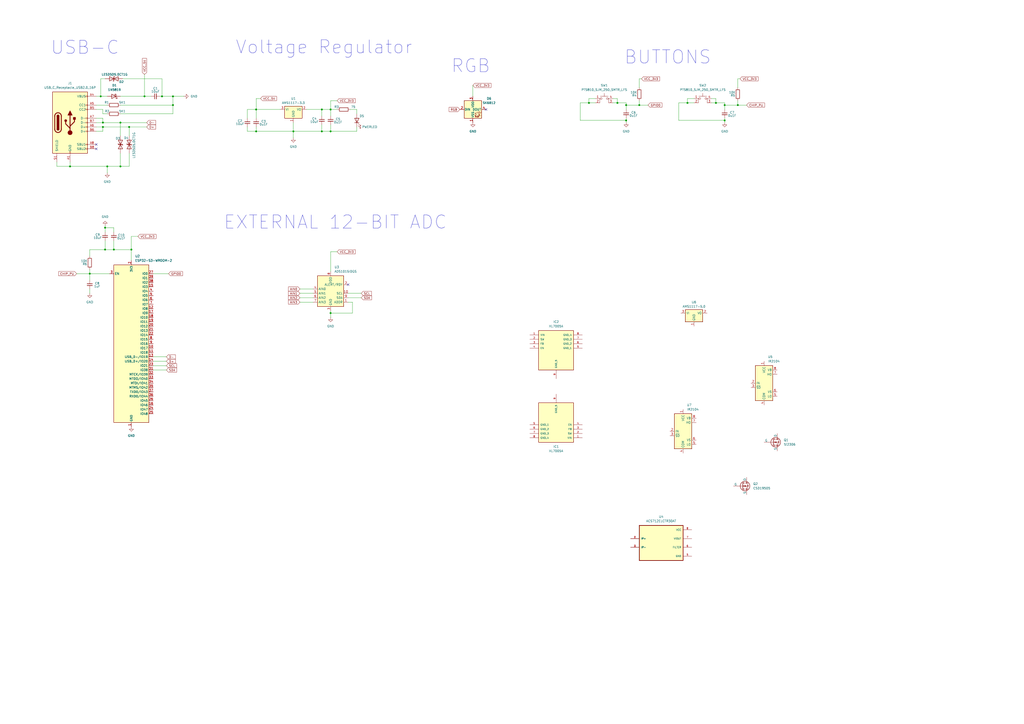
<source format=kicad_sch>
(kicad_sch (version 20231120) (generator "eeschema") (generator_version "8.0")
  (paper "A2")
  (title_block (title "ESP32-S3_BASE") (date "2024-02-28") (rev "1.0") (company "Scott Hendricks"))
  (lib_symbols
    (symbol "ACS712ELCTR30AT:ACS712ELCTR30AT" (pin_names (offset 1.016))
      (property "Reference" "U" (at -12.8864 10.1087 0))
      (property "Value" "ACS712ELCTR30AT" (at -13.6476 -12.7569 0))
      (symbol "ACS712ELCTR30AT_0_0"
        (rectangle (start -12.7 -10.16) (end 12.7 10.16) (stroke (width 0.4064)) (fill (type background)))
        (pin input line (at -17.78 2.54 0) (length 5.08) (name "IP+") (number "1"))
        (pin input line (at -17.78 2.54 0) (length 5.08) (name "IP+") (number "2"))
        (pin input line (at -17.78 -2.54 0) (length 5.08) (name "IP-") (number "3"))
        (pin input line (at -17.78 -2.54 0) (length 5.08) (name "IP-") (number "4"))
        (pin power_in line (at 17.78 -7.62 180) (length 5.08) (name "GND") (number "5"))
        (pin passive line (at 17.78 -2.54 180) (length 5.08) (name "FILTER") (number "6"))
        (pin output line (at 17.78 2.54 180) (length 5.08) (name "VIOUT") (number "7"))
        (pin power_in line (at 17.78 7.62 180) (length 5.08) (name "VCC") (number "8"))
      )
    )
    (symbol "Analog_ADC:ADS1015IDGS"
      (property "Reference" "U" (at 2.54 13.97 0))
      (property "Value" "ADS1015IDGS" (at 7.62 11.43 0))
      (symbol "ADS1015IDGS_0_1"
        (rectangle (start -7.62 10.16) (end 7.62 -7.62) (stroke (width 0.254)) (fill (type background)))
      )
      (symbol "ADS1015IDGS_1_1"
        (pin input line (at 10.16 -5.08 180) (length 2.54) (name "ADDR") (number "1"))
        (pin input line (at 10.16 0 180) (length 2.54) (name "SCL") (number "10"))
        (pin output line (at 10.16 5.08 180) (length 2.54) (name "ALERT/RDY") (number "2"))
        (pin power_in line (at 0 -10.16 90) (length 2.54) (name "GND") (number "3"))
        (pin input line (at -10.16 2.54 0) (length 2.54) (name "AIN0") (number "4"))
        (pin input line (at -10.16 0 0) (length 2.54) (name "AIN1") (number "5"))
        (pin input line (at -10.16 -2.54 0) (length 2.54) (name "AIN2") (number "6"))
        (pin input line (at -10.16 -5.08 0) (length 2.54) (name "AIN3") (number "7"))
        (pin power_in line (at 0 12.7 270) (length 2.54) (name "VDD") (number "8"))
        (pin bidirectional line (at 10.16 -2.54 180) (length 2.54) (name "SDA") (number "9"))
      )
    )
    (symbol "Connector:USB_C_Receptacle_USB2.0_16P" (pin_names (offset 1.016))
      (property "Reference" "J" (at 0 22.225 0))
      (property "Value" "USB_C_Receptacle_USB2.0_16P" (at 0 19.685 0))
      (symbol "USB_C_Receptacle_USB2.0_16P_0_0"
        (rectangle (start -0.254 -17.78) (end 0.254 -16.764))
        (rectangle (start 10.16 -14.986) (end 9.144 -15.494))
        (rectangle (start 10.16 -12.446) (end 9.144 -12.954))
        (rectangle (start 10.16 -4.826) (end 9.144 -5.334))
        (rectangle (start 10.16 -2.286) (end 9.144 -2.794))
        (rectangle (start 10.16 0.254) (end 9.144 -0.254))
        (rectangle (start 10.16 2.794) (end 9.144 2.286))
        (rectangle (start 10.16 7.874) (end 9.144 7.366))
        (rectangle (start 10.16 10.414) (end 9.144 9.906))
        (rectangle (start 10.16 15.494) (end 9.144 14.986))
      )
      (symbol "USB_C_Receptacle_USB2.0_16P_0_1"
        (rectangle (start -10.16 17.78) (end 10.16 -17.78) (stroke (width 0.254)) (fill (type background)))
        (arc (start -8.89 -3.81) (mid -6.985 -5.7067) (end -5.08 -3.81) (stroke (width 0.508)))
        (arc (start -7.62 -3.81) (mid -6.985 -4.4423) (end -6.35 -3.81) (stroke (width 0.254)))
        (arc (start -7.62 -3.81) (mid -6.985 -4.4423) (end -6.35 -3.81) (stroke (width 0.254)) (fill (type outline)))
        (rectangle (start -7.62 -3.81) (end -6.35 3.81) (stroke (width 0.254)) (fill (type outline)))
        (arc (start -6.35 3.81) (mid -6.985 4.4423) (end -7.62 3.81) (stroke (width 0.254)))
        (arc (start -6.35 3.81) (mid -6.985 4.4423) (end -7.62 3.81) (stroke (width 0.254)) (fill (type outline)))
        (arc (start -5.08 3.81) (mid -6.985 5.7067) (end -8.89 3.81) (stroke (width 0.508)))
        (circle (center -2.54 1.143) (radius 0.635) (stroke (width 0.254)) (fill (type outline)))
        (circle (center 0 -5.842) (radius 1.27) (fill (type outline)))
        (polyline (pts (xy -8.89 -3.81) (xy -8.89 3.81)) (stroke (width 0.508)))
        (polyline (pts (xy -5.08 3.81) (xy -5.08 -3.81)) (stroke (width 0.508)))
        (polyline (pts (xy 0 -5.842) (xy 0 4.318)) (stroke (width 0.508)))
        (polyline (pts (xy 0 -3.302) (xy -2.54 -0.762) (xy -2.54 0.508)) (stroke (width 0.508)))
        (polyline (pts (xy 0 -2.032) (xy 2.54 0.508) (xy 2.54 1.778)) (stroke (width 0.508)))
        (polyline (pts (xy -1.27 4.318) (xy 0 6.858) (xy 1.27 4.318) (xy -1.27 4.318)) (stroke (width 0.254)) (fill (type outline)))
        (rectangle (start 1.905 1.778) (end 3.175 3.048) (stroke (width 0.254)) (fill (type outline)))
      )
      (symbol "USB_C_Receptacle_USB2.0_16P_1_1"
        (pin passive line (at 0 -22.86 90) (length 5.08) (name "GND") (number "A1"))
        (pin passive line (at 0 -22.86 90) (length 5.08) hide (name "GND") (number "A12"))
        (pin passive line (at 15.24 15.24 180) (length 5.08) (name "VBUS") (number "A4"))
        (pin bidirectional line (at 15.24 10.16 180) (length 5.08) (name "CC1") (number "A5"))
        (pin bidirectional line (at 15.24 -2.54 180) (length 5.08) (name "D+") (number "A6"))
        (pin bidirectional line (at 15.24 2.54 180) (length 5.08) (name "D-") (number "A7"))
        (pin bidirectional line (at 15.24 -12.7 180) (length 5.08) (name "SBU1") (number "A8"))
        (pin passive line (at 15.24 15.24 180) (length 5.08) hide (name "VBUS") (number "A9"))
        (pin passive line (at 0 -22.86 90) (length 5.08) hide (name "GND") (number "B1"))
        (pin passive line (at 0 -22.86 90) (length 5.08) hide (name "GND") (number "B12"))
        (pin passive line (at 15.24 15.24 180) (length 5.08) hide (name "VBUS") (number "B4"))
        (pin bidirectional line (at 15.24 7.62 180) (length 5.08) (name "CC2") (number "B5"))
        (pin bidirectional line (at 15.24 -5.08 180) (length 5.08) (name "D+") (number "B6"))
        (pin bidirectional line (at 15.24 0 180) (length 5.08) (name "D-") (number "B7"))
        (pin bidirectional line (at 15.24 -15.24 180) (length 5.08) (name "SBU2") (number "B8"))
        (pin passive line (at 15.24 15.24 180) (length 5.08) hide (name "VBUS") (number "B9"))
        (pin passive line (at -7.62 -22.86 90) (length 5.08) (name "SHIELD") (number "S1"))
      )
    )
    (symbol "Device:C_Small" (pin_numbers hide) (pin_names (offset 0.254) hide)
      (property "Reference" "C" (at 0.254 1.778 0))
      (property "Value" "C_Small" (at 0.254 -2.032 0))
      (symbol "C_Small_0_1"
        (polyline (pts (xy -1.524 -0.508) (xy 1.524 -0.508)) (stroke (width 0.3302)))
        (polyline (pts (xy -1.524 0.508) (xy 1.524 0.508)) (stroke (width 0.3048)))
      )
      (symbol "C_Small_1_1"
        (pin passive line (at 0 2.54 270) (length 2.032) (name "~") (number "1"))
        (pin passive line (at 0 -2.54 90) (length 2.032) (name "~") (number "2"))
      )
    )
    (symbol "Device:LED" (pin_numbers hide) (pin_names (offset 1.016) hide)
      (property "Reference" "D" (at 0 2.54 0))
      (property "Value" "LED" (at 0 -2.54 0))
      (symbol "LED_0_1"
        (polyline (pts (xy -1.27 -1.27) (xy -1.27 1.27)) (stroke (width 0.254)))
        (polyline (pts (xy -1.27 0) (xy 1.27 0)))
        (polyline (pts (xy 1.27 -1.27) (xy 1.27 1.27) (xy -1.27 0) (xy 1.27 -1.27)) (stroke (width 0.254)))
        (polyline (pts (xy -3.048 -0.762) (xy -4.572 -2.286) (xy -3.81 -2.286) (xy -4.572 -2.286) (xy -4.572 -1.524)))
        (polyline (pts (xy -1.778 -0.762) (xy -3.302 -2.286) (xy -2.54 -2.286) (xy -3.302 -2.286) (xy -3.302 -1.524)))
      )
      (symbol "LED_1_1"
        (pin passive line (at -3.81 0 0) (length 2.54) (name "K") (number "1"))
        (pin passive line (at 3.81 0 180) (length 2.54) (name "A") (number "2"))
      )
    )
    (symbol "Device:R" (pin_numbers hide) (pin_names (offset 0))
      (property "Reference" "R" (at 2.032 0 90))
      (property "Value" "R" (at 0 0 90))
      (symbol "R_0_1"
        (rectangle (start -1.016 -2.54) (end 1.016 2.54) (stroke (width 0.254)))
      )
      (symbol "R_1_1"
        (pin passive line (at 0 3.81 270) (length 1.27) (name "~") (number "1"))
        (pin passive line (at 0 -3.81 90) (length 1.27) (name "~") (number "2"))
      )
    )
    (symbol "Diode:1N5819" (pin_numbers hide) (pin_names (offset 1.016) hide)
      (property "Reference" "D" (at 0 2.54 0))
      (property "Value" "1N5819" (at 0 -2.54 0))
      (symbol "1N5819_0_1"
        (polyline (pts (xy 1.27 0) (xy -1.27 0)))
        (polyline (pts (xy 1.27 1.27) (xy 1.27 -1.27) (xy -1.27 0) (xy 1.27 1.27)) (stroke (width 0.254)))
        (polyline (pts (xy -1.905 0.635) (xy -1.905 1.27) (xy -1.27 1.27) (xy -1.27 -1.27) (xy -0.635 -1.27) (xy -0.635 -0.635)) (stroke (width 0.254)))
      )
      (symbol "1N5819_1_1"
        (pin passive line (at -3.81 0 0) (length 2.54) (name "K") (number "1"))
        (pin passive line (at 3.81 0 180) (length 2.54) (name "A") (number "2"))
      )
    )
    (symbol "Diode:ESD5Zxx" (pin_numbers hide) (pin_names hide)
      (property "Reference" "D2" (at 0 6.35 0))
      (property "Value" "ESD5Zxx" (at 0 3.81 0))
      (symbol "ESD5Zxx_0_1"
        (polyline (pts (xy -1.27 0) (xy -3.81 0)))
        (polyline (pts (xy 1.27 0) (xy -1.27 0)))
        (polyline (pts (xy -1.27 -1.27) (xy -1.27 1.27) (xy -0.762 1.27)) (stroke (width 0.254)))
        (polyline (pts (xy -1.27 1.27) (xy -1.27 -1.27) (xy -1.778 -1.27)) (stroke (width 0.254)))
        (polyline (pts (xy -3.81 1.27) (xy -3.81 -1.27) (xy -1.27 0) (xy -3.81 1.27)) (stroke (width 0.254)))
        (polyline (pts (xy 1.27 -1.27) (xy 1.27 1.27) (xy -1.27 0) (xy 1.27 -1.27)) (stroke (width 0.254)))
      )
      (symbol "ESD5Zxx_1_1"
        (pin passive line (at -6.35 0 0) (length 2.54) (name "K") (number "1"))
        (pin passive line (at 3.81 0 180) (length 2.54) (name "A") (number "2"))
      )
    )
    (symbol "Driver_FET:IR2104"
      (property "Reference" "U" (at 1.27 13.335 0))
      (property "Value" "IR2104" (at 1.27 11.43 0))
      (symbol "IR2104_0_1"
        (rectangle (start -5.08 -10.16) (end 5.08 10.16) (stroke (width 0.254)) (fill (type background)))
      )
      (symbol "IR2104_1_1"
        (pin power_in line (at 0 12.7 270) (length 2.54) (name "VCC") (number "1"))
        (pin input line (at -7.62 0 0) (length 2.54) (name "IN") (number "2"))
        (pin input line (at -7.62 -2.54 0) (length 2.54) (name "~{SD}") (number "3"))
        (pin power_in line (at 0 -12.7 90) (length 2.54) (name "COM") (number "4"))
        (pin output line (at 7.62 -7.62 180) (length 2.54) (name "LO") (number "5"))
        (pin passive line (at 7.62 -5.08 180) (length 2.54) (name "VS") (number "6"))
        (pin output line (at 7.62 5.08 180) (length 2.54) (name "HO") (number "7"))
        (pin passive line (at 7.62 7.62 180) (length 2.54) (name "VB") (number "8"))
      )
    )
    (symbol "LED:SK6812" (pin_names (offset 0.254))
      (property "Reference" "D" (at 5.08 5.715 0))
      (property "Value" "SK6812" (at 1.27 -5.715 0))
      (symbol "SK6812_0_0"
        (text "RGB" (at 2.286 -4.191 0) (effects (font (size 0.762 0.762))))
      )
      (symbol "SK6812_0_1"
        (polyline (pts (xy 1.27 -3.556) (xy 1.778 -3.556)))
        (polyline (pts (xy 1.27 -2.54) (xy 1.778 -2.54)))
        (polyline (pts (xy 4.699 -3.556) (xy 2.667 -3.556)))
        (polyline (pts (xy 2.286 -2.54) (xy 1.27 -3.556) (xy 1.27 -3.048)))
        (polyline (pts (xy 2.286 -1.524) (xy 1.27 -2.54) (xy 1.27 -2.032)))
        (polyline (pts (xy 3.683 -1.016) (xy 3.683 -3.556) (xy 3.683 -4.064)))
        (polyline (pts (xy 4.699 -1.524) (xy 2.667 -1.524) (xy 3.683 -3.556) (xy 4.699 -1.524)))
        (rectangle (start 5.08 5.08) (end -5.08 -5.08) (stroke (width 0.254)) (fill (type background)))
      )
      (symbol "SK6812_1_1"
        (pin power_in line (at 0 -7.62 90) (length 2.54) (name "VSS") (number "1"))
        (pin input line (at -7.62 0 0) (length 2.54) (name "DIN") (number "2"))
        (pin power_in line (at 0 7.62 270) (length 2.54) (name "VDD") (number "3"))
        (pin output line (at 7.62 0 180) (length 2.54) (name "DOUT") (number "4"))
      )
    )
    (symbol "RF_Module:ESP32-S3-WROOM-2"
      (property "Reference" "U" (at -10.16 45.72 0))
      (property "Value" "ESP32-S3-WROOM-2" (at 2.54 45.72 0))
      (symbol "ESP32-S3-WROOM-2_0_1"
        (rectangle (start -10.16 45.72) (end 10.16 -45.72) (stroke (width 0.254)) (fill (type background)))
      )
      (symbol "ESP32-S3-WROOM-2_1_1"
        (pin power_in line (at 0 -48.26 90) (length 2.54) (name "GND") (number "1"))
        (pin bidirectional line (at 12.7 -2.54 180) (length 2.54) (name "IO17") (number "10"))
        (pin bidirectional line (at 12.7 -5.08 180) (length 2.54) (name "IO18") (number "11"))
        (pin bidirectional line (at 12.7 20.32 180) (length 2.54) (name "IO8") (number "12"))
        (pin bidirectional line (at 12.7 -7.62 180) (length 2.54) (name "USB_D-/IO19") (number "13"))
        (pin bidirectional line (at 12.7 -10.16 180) (length 2.54) (name "USB_D+/IO20") (number "14"))
        (pin bidirectional line (at 12.7 33.02 180) (length 2.54) (name "IO3") (number "15"))
        (pin bidirectional line (at 12.7 -35.56 180) (length 2.54) (name "IO46") (number "16"))
        (pin bidirectional line (at 12.7 17.78 180) (length 2.54) (name "IO9") (number "17"))
        (pin bidirectional line (at 12.7 15.24 180) (length 2.54) (name "IO10") (number "18"))
        (pin bidirectional line (at 12.7 12.7 180) (length 2.54) (name "IO11") (number "19"))
        (pin power_in line (at 0 48.26 270) (length 2.54) (name "3V3") (number "2"))
        (pin bidirectional line (at 12.7 10.16 180) (length 2.54) (name "IO12") (number "20"))
        (pin bidirectional line (at 12.7 7.62 180) (length 2.54) (name "IO13") (number "21"))
        (pin bidirectional line (at 12.7 5.08 180) (length 2.54) (name "IO14") (number "22"))
        (pin bidirectional line (at 12.7 -12.7 180) (length 2.54) (name "IO21") (number "23"))
        (pin bidirectional line (at 12.7 -38.1 180) (length 2.54) (name "IO47") (number "24"))
        (pin bidirectional line (at 12.7 -40.64 180) (length 2.54) (name "IO48") (number "25"))
        (pin bidirectional line (at 12.7 -33.02 180) (length 2.54) (name "IO45") (number "26"))
        (pin bidirectional line (at 12.7 40.64 180) (length 2.54) (name "IO0") (number "27"))
        (pin no_connect line (at -10.16 -35.56 0) (length 2.54) hide (name "NC") (number "28"))
        (pin no_connect line (at -10.16 -38.1 0) (length 2.54) hide (name "NC") (number "29"))
        (pin input line (at -12.7 40.64 0) (length 2.54) (name "EN") (number "3"))
        (pin no_connect line (at -10.16 -40.64 0) (length 2.54) hide (name "NC") (number "30"))
        (pin bidirectional line (at 12.7 -15.24 180) (length 2.54) (name "IO38") (number "31"))
        (pin bidirectional line (at 12.7 -17.78 180) (length 2.54) (name "MTCK/IO39") (number "32"))
        (pin bidirectional line (at 12.7 -20.32 180) (length 2.54) (name "MTDO/IO40") (number "33"))
        (pin bidirectional line (at 12.7 -22.86 180) (length 2.54) (name "MTDI/IO41") (number "34"))
        (pin bidirectional line (at 12.7 -25.4 180) (length 2.54) (name "MTMS/IO42") (number "35"))
        (pin bidirectional line (at 12.7 -30.48 180) (length 2.54) (name "RXD0/IO44") (number "36"))
        (pin bidirectional line (at 12.7 -27.94 180) (length 2.54) (name "TXD0/IO43") (number "37"))
        (pin bidirectional line (at 12.7 35.56 180) (length 2.54) (name "IO2") (number "38"))
        (pin bidirectional line (at 12.7 38.1 180) (length 2.54) (name "IO1") (number "39"))
        (pin bidirectional line (at 12.7 30.48 180) (length 2.54) (name "IO4") (number "4"))
        (pin passive line (at 0 -48.26 90) (length 2.54) hide (name "GND") (number "40"))
        (pin passive line (at 0 -48.26 90) (length 2.54) hide (name "GND") (number "41"))
        (pin bidirectional line (at 12.7 27.94 180) (length 2.54) (name "IO5") (number "5"))
        (pin bidirectional line (at 12.7 25.4 180) (length 2.54) (name "IO6") (number "6"))
        (pin bidirectional line (at 12.7 22.86 180) (length 2.54) (name "IO7") (number "7"))
        (pin bidirectional line (at 12.7 2.54 180) (length 2.54) (name "IO15") (number "8"))
        (pin bidirectional line (at 12.7 0 180) (length 2.54) (name "IO16") (number "9"))
      )
    )
    (symbol "Regulator_Linear:AMS1117-3.3"
      (property "Reference" "U" (at -3.81 3.175 0))
      (property "Value" "AMS1117-3.3" (at 0 3.175 0))
      (symbol "AMS1117-3.3_0_1"
        (rectangle (start -5.08 -5.08) (end 5.08 1.905) (stroke (width 0.254)) (fill (type background)))
      )
      (symbol "AMS1117-3.3_1_1"
        (pin power_in line (at 0 -7.62 90) (length 2.54) (name "GND") (number "1"))
        (pin power_out line (at 7.62 0 180) (length 2.54) (name "VO") (number "2"))
        (pin power_in line (at -7.62 0 0) (length 2.54) (name "VI") (number "3"))
      )
    )
    (symbol "Regulator_Linear:AMS1117-5.0"
      (property "Reference" "U" (at -3.81 3.175 0))
      (property "Value" "AMS1117-5.0" (at 0 3.175 0))
      (symbol "AMS1117-5.0_0_1"
        (rectangle (start -5.08 -5.08) (end 5.08 1.905) (stroke (width 0.254)) (fill (type background)))
      )
      (symbol "AMS1117-5.0_1_1"
        (pin power_in line (at 0 -7.62 90) (length 2.54) (name "GND") (number "1"))
        (pin power_out line (at 7.62 0 180) (length 2.54) (name "VO") (number "2"))
        (pin power_in line (at -7.62 0 0) (length 2.54) (name "VI") (number "3"))
      )
    )
    (symbol "Simulation_SPICE:NMOS" (pin_numbers hide) (pin_names (offset 0))
      (property "Reference" "Q" (at 5.08 1.27 0))
      (property "Value" "NMOS" (at 5.08 -1.27 0))
      (symbol "NMOS_0_1"
        (polyline (pts (xy 0.254 0) (xy -2.54 0)))
        (polyline (pts (xy 0.254 1.905) (xy 0.254 -1.905)) (stroke (width 0.254)))
        (polyline (pts (xy 0.762 -1.27) (xy 0.762 -2.286)) (stroke (width 0.254)))
        (polyline (pts (xy 0.762 0.508) (xy 0.762 -0.508)) (stroke (width 0.254)))
        (polyline (pts (xy 0.762 2.286) (xy 0.762 1.27)) (stroke (width 0.254)))
        (polyline (pts (xy 2.54 2.54) (xy 2.54 1.778)))
        (polyline (pts (xy 2.54 -2.54) (xy 2.54 0) (xy 0.762 0)))
        (polyline (pts (xy 0.762 -1.778) (xy 3.302 -1.778) (xy 3.302 1.778) (xy 0.762 1.778)))
        (polyline (pts (xy 1.016 0) (xy 2.032 0.381) (xy 2.032 -0.381) (xy 1.016 0)) (fill (type outline)))
        (polyline (pts (xy 2.794 0.508) (xy 2.921 0.381) (xy 3.683 0.381) (xy 3.81 0.254)))
        (polyline (pts (xy 3.302 0.381) (xy 2.921 -0.254) (xy 3.683 -0.254) (xy 3.302 0.381)))
        (circle (center 1.651 0) (radius 2.794) (stroke (width 0.254)))
        (circle (center 2.54 -1.778) (radius 0.254) (fill (type outline)))
        (circle (center 2.54 1.778) (radius 0.254) (fill (type outline)))
      )
      (symbol "NMOS_1_1"
        (pin passive line (at 2.54 5.08 270) (length 2.54) (name "D") (number "1"))
        (pin input line (at -5.08 0 0) (length 2.54) (name "G") (number "2"))
        (pin passive line (at 2.54 -5.08 90) (length 2.54) (name "S") (number "3"))
      )
    )
    (symbol "Switch:SW_MEC_5E" (pin_names (offset 1.016) hide)
      (property "Reference" "SW" (at 0.635 5.715 0))
      (property "Value" "SW_MEC_5E" (at 0 -3.175 0))
      (symbol "SW_MEC_5E_0_1"
        (circle (center -1.778 2.54) (radius 0.508))
        (polyline (pts (xy -2.286 3.81) (xy 2.286 3.81)))
        (polyline (pts (xy 0 3.81) (xy 0 5.588)))
        (polyline (pts (xy -2.54 0) (xy -2.54 2.54) (xy -2.286 2.54)))
        (polyline (pts (xy 2.54 0) (xy 2.54 2.54) (xy 2.286 2.54)))
        (circle (center 1.778 2.54) (radius 0.508))
        (pin passive line (at -5.08 2.54 0) (length 2.54) (name "1") (number "1"))
        (pin passive line (at -5.08 0 0) (length 2.54) (name "2") (number "2"))
        (pin passive line (at 5.08 0 180) (length 2.54) (name "K") (number "3"))
        (pin passive line (at 5.08 2.54 180) (length 2.54) (name "A") (number "4"))
      )
    )
    (symbol "XL7005A:XL7005A" (pin_names (offset 1.016))
      (property "Reference" "IC" (at 26.67 7.62 0))
      (property "Value" "XL7005A" (at 26.67 5.08 0))
      (symbol "XL7005A_0_0"
        (rectangle (start 5.08 -20.32) (end 25.4 2.54) (stroke (width 0.254)) (fill (type background)))
        (pin bidirectional line (at 0 0 0) (length 5.08) (name "VIN") (number "1"))
        (pin bidirectional line (at 0 -2.54 0) (length 5.08) (name "SW") (number "2"))
        (pin bidirectional line (at 0 -5.08 0) (length 5.08) (name "FB") (number "3"))
        (pin bidirectional line (at 0 -7.62 0) (length 5.08) (name "EN") (number "4"))
        (pin bidirectional line (at 30.48 -7.62 180) (length 5.08) (name "GND_1") (number "5"))
        (pin bidirectional line (at 30.48 -5.08 180) (length 5.08) (name "GND_2") (number "6"))
        (pin bidirectional line (at 30.48 -2.54 180) (length 5.08) (name "GND_3") (number "7"))
        (pin bidirectional line (at 30.48 0 180) (length 5.08) (name "GND_4") (number "8"))
        (pin bidirectional line (at 15.24 -25.4 90) (length 5.08) (name "GND_5") (number "9"))
      )
    )
    (symbol "power:GND" (power) (pin_numbers hide) (pin_names (offset 0) hide)
      (property "Value" "GND" (at 0 -3.81 0))
      (symbol "GND_0_1"
        (polyline (pts (xy 0 0) (xy 0 -1.27) (xy 1.27 -1.27) (xy 0 -2.54) (xy -1.27 -1.27) (xy 0 -1.27)))
      )
      (symbol "GND_1_1"
        (pin power_in line (at 0 0 270) (length 0) (name "~") (number "1"))
      )
    )
  )
  (junction (at 52.07 158.75))
  (junction (at 100.33 55.88))
  (junction (at 186.69 76.2))
  (junction (at 93.98 55.88))
  (junction (at 341.63 59.69))
  (junction (at 420.37 69.85))
  (junction (at 370.84 60.96))
  (junction (at 420.37 60.96))
  (junction (at 59.69 71.12))
  (junction (at 358.14 59.69))
  (junction (at 148.59 63.5))
  (junction (at 40.64 96.52))
  (junction (at 83.82 55.88))
  (junction (at 170.18 76.2))
  (junction (at 59.69 73.66))
  (junction (at 76.2 144.78))
  (junction (at 60.96 132.08))
  (junction (at 100.33 60.96))
  (junction (at 69.85 96.52))
  (junction (at 363.22 60.96))
  (junction (at 74.93 73.66))
  (junction (at 191.77 181.61))
  (junction (at 69.85 71.12))
  (junction (at 58.42 55.88))
  (junction (at 415.29 59.69))
  (junction (at 398.78 59.69))
  (junction (at 191.77 76.2))
  (junction (at 427.99 60.96))
  (junction (at 191.77 63.5))
  (junction (at 62.23 96.52))
  (junction (at 186.69 63.5))
  (junction (at 148.59 76.2))
  (junction (at 60.96 144.78))
  (junction (at 363.22 69.85))
  (junction (at 66.04 144.78))
  (no_connect (at 281.94 63.5))
  (no_connect (at 55.88 83.82))
  (no_connect (at 55.88 86.36))
  (no_connect (at 201.93 165.1))
  (wire (pts (xy 52.07 148.59) (xy 52.07 144.78)))
  (wire (pts (xy 69.85 71.12) (xy 85.09 71.12)))
  (wire (pts (xy 59.69 73.66) (xy 59.69 76.2)))
  (wire (pts (xy 55.88 55.88) (xy 58.42 55.88)))
  (wire (pts (xy 151.13 57.15) (xy 148.59 57.15)))
  (wire (pts (xy 191.77 146.05) (xy 195.58 146.05)))
  (wire (pts (xy 143.51 63.5) (xy 143.51 68.58)))
  (wire (pts (xy 415.29 57.15) (xy 415.29 59.69)))
  (wire (pts (xy 148.59 76.2) (xy 143.51 76.2)))
  (wire (pts (xy 191.77 63.5) (xy 195.58 63.5)))
  (wire (pts (xy 40.64 96.52) (xy 62.23 96.52)))
  (wire (pts (xy 412.75 57.15) (xy 415.29 57.15)))
  (wire (pts (xy 191.77 180.34) (xy 191.77 181.61)))
  (wire (pts (xy 191.77 76.2) (xy 207.01 76.2)))
  (wire (pts (xy 148.59 63.5) (xy 148.59 68.58)))
  (wire (pts (xy 170.18 76.2) (xy 186.69 76.2)))
  (wire (pts (xy 88.9 212.09) (xy 96.52 212.09)))
  (wire (pts (xy 191.77 63.5) (xy 186.69 63.5)))
  (wire (pts (xy 83.82 43.18) (xy 83.82 55.88)))
  (wire (pts (xy 59.69 66.04) (xy 59.69 63.5)))
  (wire (pts (xy 52.07 156.21) (xy 52.07 158.75)))
  (wire (pts (xy 173.99 175.26) (xy 181.61 175.26)))
  (wire (pts (xy 92.71 55.88) (xy 93.98 55.88)))
  (wire (pts (xy 66.04 139.7) (xy 66.04 144.78)))
  (wire (pts (xy 100.33 60.96) (xy 100.33 55.88)))
  (wire (pts (xy 355.6 57.15) (xy 358.14 57.15)))
  (wire (pts (xy 60.96 132.08) (xy 60.96 130.81)))
  (wire (pts (xy 55.88 76.2) (xy 59.69 76.2)))
  (wire (pts (xy 201.93 172.72) (xy 209.55 172.72)))
  (wire (pts (xy 420.37 60.96) (xy 420.37 63.5)))
  (wire (pts (xy 74.93 73.66) (xy 74.93 78.74)))
  (wire (pts (xy 186.69 76.2) (xy 191.77 76.2)))
  (wire (pts (xy 69.85 96.52) (xy 62.23 96.52)))
  (wire (pts (xy 177.8 63.5) (xy 186.69 63.5)))
  (wire (pts (xy 33.02 93.98) (xy 33.02 96.52)))
  (wire (pts (xy 71.12 45.72) (xy 93.98 45.72)))
  (wire (pts (xy 207.01 73.66) (xy 207.01 76.2)))
  (wire (pts (xy 74.93 88.9) (xy 74.93 96.52)))
  (wire (pts (xy 363.22 69.85) (xy 363.22 71.12)))
  (wire (pts (xy 191.77 181.61) (xy 191.77 184.15)))
  (wire (pts (xy 336.55 59.69) (xy 336.55 69.85)))
  (wire (pts (xy 370.84 50.8) (xy 370.84 45.72)))
  (wire (pts (xy 341.63 59.69) (xy 336.55 59.69)))
  (wire (pts (xy 420.37 69.85) (xy 420.37 71.12)))
  (wire (pts (xy 44.45 158.75) (xy 52.07 158.75)))
  (wire (pts (xy 60.96 139.7) (xy 60.96 144.78)))
  (wire (pts (xy 162.56 63.5) (xy 148.59 63.5)))
  (wire (pts (xy 398.78 57.15) (xy 402.59 57.15)))
  (wire (pts (xy 170.18 76.2) (xy 170.18 80.01)))
  (wire (pts (xy 358.14 57.15) (xy 358.14 59.69)))
  (wire (pts (xy 100.33 66.04) (xy 100.33 60.96)))
  (wire (pts (xy 415.29 59.69) (xy 420.37 59.69)))
  (wire (pts (xy 420.37 59.69) (xy 420.37 60.96)))
  (wire (pts (xy 358.14 59.69) (xy 363.22 59.69)))
  (wire (pts (xy 52.07 167.64) (xy 52.07 170.18)))
  (wire (pts (xy 427.99 45.72) (xy 429.26 45.72)))
  (wire (pts (xy 201.93 175.26) (xy 204.47 175.26)))
  (wire (pts (xy 59.69 63.5) (xy 55.88 63.5)))
  (wire (pts (xy 74.93 96.52) (xy 69.85 96.52)))
  (wire (pts (xy 363.22 68.58) (xy 363.22 69.85)))
  (wire (pts (xy 69.85 71.12) (xy 69.85 78.74)))
  (wire (pts (xy 52.07 144.78) (xy 60.96 144.78)))
  (wire (pts (xy 170.18 76.2) (xy 148.59 76.2)))
  (wire (pts (xy 207.01 63.5) (xy 207.01 66.04)))
  (wire (pts (xy 55.88 60.96) (xy 62.23 60.96)))
  (wire (pts (xy 69.85 60.96) (xy 100.33 60.96)))
  (wire (pts (xy 58.42 55.88) (xy 62.23 55.88)))
  (wire (pts (xy 341.63 57.15) (xy 345.44 57.15)))
  (wire (pts (xy 59.69 71.12) (xy 69.85 71.12)))
  (wire (pts (xy 80.01 137.16) (xy 76.2 137.16)))
  (wire (pts (xy 393.7 69.85) (xy 420.37 69.85)))
  (wire (pts (xy 60.96 132.08) (xy 60.96 134.62)))
  (wire (pts (xy 412.75 59.69) (xy 415.29 59.69)))
  (wire (pts (xy 52.07 158.75) (xy 52.07 162.56)))
  (wire (pts (xy 58.42 45.72) (xy 58.42 55.88)))
  (wire (pts (xy 191.77 181.61) (xy 204.47 181.61)))
  (wire (pts (xy 76.2 151.13) (xy 76.2 144.78)))
  (wire (pts (xy 195.58 58.42) (xy 191.77 58.42)))
  (wire (pts (xy 66.04 132.08) (xy 60.96 132.08)))
  (wire (pts (xy 55.88 71.12) (xy 59.69 71.12)))
  (wire (pts (xy 427.99 60.96) (xy 433.07 60.96)))
  (wire (pts (xy 148.59 63.5) (xy 143.51 63.5)))
  (wire (pts (xy 170.18 71.12) (xy 170.18 76.2)))
  (wire (pts (xy 186.69 72.39) (xy 186.69 76.2)))
  (wire (pts (xy 203.2 63.5) (xy 207.01 63.5)))
  (wire (pts (xy 363.22 59.69) (xy 363.22 60.96)))
  (wire (pts (xy 143.51 73.66) (xy 143.51 76.2)))
  (wire (pts (xy 402.59 59.69) (xy 398.78 59.69)))
  (wire (pts (xy 370.84 45.72) (xy 372.11 45.72)))
  (wire (pts (xy 173.99 172.72) (xy 181.61 172.72)))
  (wire (pts (xy 420.37 68.58) (xy 420.37 69.85)))
  (wire (pts (xy 88.9 209.55) (xy 96.52 209.55)))
  (wire (pts (xy 398.78 59.69) (xy 393.7 59.69)))
  (wire (pts (xy 427.99 58.42) (xy 427.99 60.96)))
  (wire (pts (xy 63.5 158.75) (xy 52.07 158.75)))
  (wire (pts (xy 55.88 68.58) (xy 59.69 68.58)))
  (wire (pts (xy 66.04 144.78) (xy 76.2 144.78)))
  (wire (pts (xy 370.84 58.42) (xy 370.84 60.96)))
  (wire (pts (xy 186.69 63.5) (xy 186.69 67.31)))
  (wire (pts (xy 55.88 73.66) (xy 59.69 73.66)))
  (wire (pts (xy 398.78 57.15) (xy 398.78 59.69)))
  (wire (pts (xy 40.64 93.98) (xy 40.64 96.52)))
  (wire (pts (xy 191.77 72.39) (xy 191.77 76.2)))
  (wire (pts (xy 173.99 170.18) (xy 181.61 170.18)))
  (wire (pts (xy 74.93 73.66) (xy 85.09 73.66)))
  (wire (pts (xy 201.93 170.18) (xy 209.55 170.18)))
  (wire (pts (xy 355.6 59.69) (xy 358.14 59.69)))
  (wire (pts (xy 83.82 55.88) (xy 87.63 55.88)))
  (wire (pts (xy 88.9 158.75) (xy 97.79 158.75)))
  (wire (pts (xy 88.9 207.01) (xy 96.52 207.01)))
  (wire (pts (xy 93.98 55.88) (xy 100.33 55.88)))
  (wire (pts (xy 76.2 137.16) (xy 76.2 144.78)))
  (wire (pts (xy 100.33 55.88) (xy 106.68 55.88)))
  (wire (pts (xy 363.22 60.96) (xy 363.22 63.5)))
  (wire (pts (xy 62.23 96.52) (xy 62.23 100.33)))
  (wire (pts (xy 341.63 57.15) (xy 341.63 59.69)))
  (wire (pts (xy 191.77 67.31) (xy 191.77 63.5)))
  (wire (pts (xy 60.96 45.72) (xy 58.42 45.72)))
  (wire (pts (xy 59.69 66.04) (xy 62.23 66.04)))
  (wire (pts (xy 69.85 88.9) (xy 69.85 96.52)))
  (wire (pts (xy 69.85 55.88) (xy 83.82 55.88)))
  (wire (pts (xy 191.77 58.42) (xy 191.77 63.5)))
  (wire (pts (xy 60.96 144.78) (xy 66.04 144.78)))
  (wire (pts (xy 363.22 60.96) (xy 370.84 60.96)))
  (wire (pts (xy 191.77 146.05) (xy 191.77 157.48)))
  (wire (pts (xy 393.7 59.69) (xy 393.7 69.85)))
  (wire (pts (xy 69.85 66.04) (xy 100.33 66.04)))
  (wire (pts (xy 33.02 96.52) (xy 40.64 96.52)))
  (wire (pts (xy 370.84 60.96) (xy 375.92 60.96)))
  (wire (pts (xy 204.47 175.26) (xy 204.47 181.61)))
  (wire (pts (xy 173.99 167.64) (xy 181.61 167.64)))
  (wire (pts (xy 88.9 214.63) (xy 96.52 214.63)))
  (wire (pts (xy 93.98 45.72) (xy 93.98 55.88)))
  (wire (pts (xy 336.55 69.85) (xy 363.22 69.85)))
  (wire (pts (xy 274.32 49.53) (xy 274.32 55.88)))
  (wire (pts (xy 420.37 60.96) (xy 427.99 60.96)))
  (wire (pts (xy 59.69 73.66) (xy 74.93 73.66)))
  (wire (pts (xy 427.99 50.8) (xy 427.99 45.72)))
  (wire (pts (xy 345.44 59.69) (xy 341.63 59.69)))
  (wire (pts (xy 59.69 68.58) (xy 59.69 71.12)))
  (wire (pts (xy 66.04 134.62) (xy 66.04 132.08)))
  (wire (pts (xy 148.59 73.66) (xy 148.59 76.2)))
  (wire (pts (xy 148.59 57.15) (xy 148.59 63.5)))
  (text "USB-C" (at 49.276 27.686 0) (effects (font (size 7.62 7.62))))
  (text "RGB\n" (at 273.05 38.354 0) (effects (font (size 7.62 7.62))))
  (text "Voltage Regulator\n" (at 187.96 27.432 0) (effects (font (size 7.62 7.62))))
  (text "BUTTONS\n" (at 387.35 33.274 0) (effects (font (size 7.62 7.62))))
  (text "EXTERNAL 12-BIT ADC" (at 194.564 129.032 0) (effects (font (size 7.62 7.62))))
  (global_label "D+" (shape input) (at 96.52 209.55 0) (property "Intersheetrefs" "${INTERSHEET_REFS}" (effects (hide yes))))
  (global_label "VCC_3V3" (shape input) (at 195.58 58.42 0) (property "Intersheetrefs" "${INTERSHEET_REFS}" (effects (hide yes))))
  (global_label "VCC_3V3" (shape input) (at 80.01 137.16 0) (property "Intersheetrefs" "${INTERSHEET_REFS}" (effects (hide yes))))
  (global_label "VCC_3V3" (shape input) (at 429.26 45.72 0) (property "Intersheetrefs" "${INTERSHEET_REFS}" (effects (hide yes))))
  (global_label "SCL" (shape input) (at 96.52 212.09 0) (property "Intersheetrefs" "${INTERSHEET_REFS}" (effects (hide yes))))
  (global_label "AIN3" (shape input) (at 173.99 175.26 180) (property "Intersheetrefs" "${INTERSHEET_REFS}" (effects (hide yes))))
  (global_label "GPIO0" (shape input) (at 375.92 60.96 0) (property "Intersheetrefs" "${INTERSHEET_REFS}" (effects (hide yes))))
  (global_label "RGB" (shape input) (at 266.7 63.5 180) (property "Intersheetrefs" "${INTERSHEET_REFS}" (effects (hide yes))))
  (global_label "SCL" (shape input) (at 209.55 170.18 0) (property "Intersheetrefs" "${INTERSHEET_REFS}" (effects (hide yes))))
  (global_label "GPIO0" (shape input) (at 97.79 158.75 0) (property "Intersheetrefs" "${INTERSHEET_REFS}" (effects (hide yes))))
  (global_label "VCC_5V" (shape input) (at 83.82 43.18 90) (property "Intersheetrefs" "${INTERSHEET_REFS}" (effects (hide yes))))
  (global_label "VCC_3V3" (shape input) (at 274.32 49.53 0) (property "Intersheetrefs" "${INTERSHEET_REFS}" (effects (hide yes))))
  (global_label "VCC_3V3" (shape input) (at 195.58 146.05 0) (property "Intersheetrefs" "${INTERSHEET_REFS}" (effects (hide yes))))
  (global_label "D-" (shape input) (at 96.52 207.01 0) (property "Intersheetrefs" "${INTERSHEET_REFS}" (effects (hide yes))))
  (global_label "SDA" (shape input) (at 96.52 214.63 0) (property "Intersheetrefs" "${INTERSHEET_REFS}" (effects (hide yes))))
  (global_label "VCC_3V3" (shape input) (at 372.11 45.72 0) (property "Intersheetrefs" "${INTERSHEET_REFS}" (effects (hide yes))))
  (global_label "AIN1" (shape input) (at 173.99 170.18 180) (property "Intersheetrefs" "${INTERSHEET_REFS}" (effects (hide yes))))
  (global_label "CHIP_PU" (shape input) (at 44.45 158.75 180) (property "Intersheetrefs" "${INTERSHEET_REFS}" (effects (hide yes))))
  (global_label "VCC_5V" (shape input) (at 151.13 57.15 0) (property "Intersheetrefs" "${INTERSHEET_REFS}" (effects (hide yes))))
  (global_label "D+" (shape input) (at 85.09 73.66 0) (property "Intersheetrefs" "${INTERSHEET_REFS}" (effects (hide yes))))
  (global_label "D-" (shape input) (at 85.09 71.12 0) (property "Intersheetrefs" "${INTERSHEET_REFS}" (effects (hide yes))))
  (global_label "AIN2" (shape input) (at 173.99 172.72 180) (property "Intersheetrefs" "${INTERSHEET_REFS}" (effects (hide yes))))
  (global_label "AIN0" (shape input) (at 173.99 167.64 180) (property "Intersheetrefs" "${INTERSHEET_REFS}" (effects (hide yes))))
  (global_label "SDA" (shape input) (at 209.55 172.72 0) (property "Intersheetrefs" "${INTERSHEET_REFS}" (effects (hide yes))))
  (global_label "CHIP_PU" (shape input) (at 433.07 60.96 0) (property "Intersheetrefs" "${INTERSHEET_REFS}" (effects (hide yes))))
  (symbol (lib_id "Diode:1N5819") (at 66.04 55.88 180) (unit 1)
    (property "Reference" "D1" (at 66.3575 49.53 0))
    (property "Value" "1N5819" (at 66.3575 52.07 0))
    (property "Footprint" "Diode_THT:D_DO-41_SOD81_P10.16mm_Horizontal" (effects (hide yes)))
    (property "Datasheet" "http://www.vishay.com/docs/88525/1n5817.pdf" (effects (hide yes)))
    (property "Description" "40V 1A Schottky Barrier Rectifier Diode, DO-41" (effects (hide yes)))
  )
  (symbol (lib_id "Device:C_Small") (at 420.37 66.04 0) (unit 1)
    (property "Reference" "C7" (at 424.688 65.278 0))
    (property "Value" "0u1F" (at 424.688 67.056 0))
    (property "Footprint" "Capacitor_SMD:C_0805_2012Metric_Pad1.18x1.45mm_HandSolder" (effects (hide yes)))
    (property "Description" "Unpolarized capacitor, small symbol" (effects (hide yes)))
  )
  (symbol (lib_id "Device:C_Small") (at 90.17 55.88 90) (unit 1)
    (property "Reference" "C1" (at 90.17 51.308 90))
    (property "Value" "10uF" (at 90.17 53.086 90))
    (property "Footprint" "Capacitor_SMD:C_0805_2012Metric_Pad1.18x1.45mm_HandSolder" (effects (hide yes)))
    (property "Description" "Unpolarized capacitor, small symbol" (effects (hide yes)))
  )
  (symbol (lib_id "Driver_FET:IR2104") (at 396.24 250.19 0) (unit 1)
    (property "Reference" "U7" (at 398.4341 234.95 0) (effects (justify left)))
    (property "Value" "IR2104" (at 398.4341 237.49 0) (effects (justify left)))
    (property "Footprint" "IR2104SPBF:SOIC127P600X175-8N" (effects (hide yes)))
    (property "Datasheet" "https://www.infineon.com/dgdl/ir2104.pdf?fileId=5546d462533600a4015355c7c1c31671" (effects (hide yes)))
    (property "Description" "Half-Bridge Driver, 600V, 210/360mA, PDIP-8/SOIC-8" (effects (hide yes)))
  )
  (symbol (lib_id "Device:LED") (at 207.01 69.85 90) (unit 1)
    (property "Reference" "D5" (at 208.534 67.31 90) (effects (justify right)))
    (property "Value" "PWERLED" (at 210.058 73.66 90) (effects (justify right)))
    (property "Footprint" "LED_SMD:LED_0603_1608Metric" (effects (hide yes)))
    (property "Description" "Light emitting diode" (effects (hide yes)))
  )
  (symbol (lib_id "Device:C_Small") (at 143.51 71.12 0) (unit 1)
    (property "Reference" "C2" (at 139.192 70.104 0))
    (property "Value" "10uF" (at 139.192 71.882 0))
    (property "Footprint" "Capacitor_SMD:C_0805_2012Metric_Pad1.18x1.45mm_HandSolder" (effects (hide yes)))
    (property "Description" "Unpolarized capacitor, small symbol" (effects (hide yes)))
  )
  (symbol (lib_id "Simulation_SPICE:NMOS") (at 448.31 256.54 0) (unit 1)
    (property "Reference" "Q1" (at 454.66 255.2699 0) (effects (justify left)))
    (property "Value" "Si2306" (at 454.66 257.8099 0) (effects (justify left)))
    (property "Footprint" "Package_TO_SOT_SMD:SOT-23_Handsoldering" (effects (hide yes)))
    (property "Datasheet" "https://ngspice.sourceforge.io/docs/ngspice-html-manual/manual.xhtml#cha_MOSFETs" (effects (hide yes)))
    (property "Description" "N-MOSFET transistor, drain/source/gate" (effects (hide yes)))
    (property "Sim.Device" "NMOS" (effects (hide yes)))
    (property "Sim.Type" "VDMOS" (effects (hide yes)))
    (property "Sim.Pins" "1=D 2=G 3=S" (effects (hide yes)))
  )
  (symbol (lib_id "power:GND") (at 420.37 71.12 0) (unit 1)
    (property "Reference" "#PWR06" (effects (hide yes)))
    (property "Value" "GND" (at 420.37 76.2 0))
    (property "Description" "Power symbol creates a global label with name \"GND\" , ground" (effects (hide yes)))
  )
  (symbol (lib_id "Diode:ESD5Zxx") (at 69.85 82.55 90) (unit 1)
    (property "Reference" "D3" (at 67.056 80.264 90) (effects (justify right)))
    (property "Value" "LESD5D5.0CT1G" (effects (hide yes)))
    (property "Footprint" "Diode_SMD:D_SOD-523" (effects (hide yes)))
    (property "Datasheet" "https://www.onsemi.com/pdf/datasheet/esd5z2.5t1-d.pdf" (effects (hide yes)))
    (property "Description" "ESD BI Direction Protection Diode, SOD-523" (effects (hide yes)))
  )
  (symbol (lib_id "Switch:SW_MEC_5E") (at 407.67 59.69 0) (unit 1)
    (property "Reference" "SW2" (at 407.67 49.53 0))
    (property "Value" "PTS810_SJM_250_SMTR_LFS" (at 407.67 52.07 0))
    (property "Footprint" "PTS815_SJG_250_SMTR_LFS:PTS815SJG250SMTRLFS" (effects (hide yes)))
    (property "Datasheet" "http://www.apem.com/int/index.php?controller=attachment&id_attachment=1371" (effects (hide yes)))
    (property "Description" "MEC 5E single pole normally-open tactile switch" (effects (hide yes)))
  )
  (symbol (lib_id "Device:C_Small") (at 52.07 165.1 0) (unit 1)
    (property "Reference" "C8" (at 56.388 164.338 0))
    (property "Value" "1uF" (at 56.388 166.116 0))
    (property "Footprint" "Capacitor_SMD:C_0805_2012Metric_Pad1.18x1.45mm_HandSolder" (effects (hide yes)))
    (property "Description" "Unpolarized capacitor, small symbol" (effects (hide yes)))
  )
  (symbol (lib_id "Switch:SW_MEC_5E") (at 350.52 59.69 0) (unit 1)
    (property "Reference" "SW1" (at 350.52 49.53 0))
    (property "Value" "PTS810_SJM_250_SMTR_LFS" (at 350.52 52.07 0))
    (property "Footprint" "PTS815_SJG_250_SMTR_LFS:PTS815SJG250SMTRLFS" (effects (hide yes)))
    (property "Datasheet" "http://www.apem.com/int/index.php?controller=attachment&id_attachment=1371" (effects (hide yes)))
    (property "Description" "MEC 5E single pole normally-open tactile switch" (effects (hide yes)))
  )
  (symbol (lib_id "power:GND") (at 363.22 71.12 0) (unit 1)
    (property "Reference" "#PWR05" (effects (hide yes)))
    (property "Value" "GND" (at 363.22 76.2 0))
    (property "Description" "Power symbol creates a global label with name \"GND\" , ground" (effects (hide yes)))
  )
  (symbol (lib_id "Diode:ESD5Zxx") (at 74.93 82.55 90) (unit 1)
    (property "Reference" "D4" (at 71.882 80.01 90) (effects (justify right)))
    (property "Value" "LESD5D5.0CT1G" (at 77.724 76.708 0) (effects (justify right)))
    (property "Footprint" "Diode_SMD:D_SOD-523" (effects (hide yes)))
    (property "Datasheet" "https://www.onsemi.com/pdf/datasheet/esd5z2.5t1-d.pdf" (effects (hide yes)))
    (property "Description" "ESD BI Direction Protection Diode, SOD-523" (effects (hide yes)))
  )
  (symbol (lib_id "Device:R") (at 370.84 54.61 180) (unit 1)
    (property "Reference" "R4" (at 369.316 55.372 0) (effects (justify left)))
    (property "Value" "10K" (at 369.57 53.594 0) (effects (justify left)))
    (property "Footprint" "Resistor_SMD:R_0603_1608Metric_Pad0.98x0.95mm_HandSolder" (effects (hide yes)))
    (property "Description" "Resistor" (effects (hide yes)))
  )
  (symbol (lib_id "Driver_FET:IR2104") (at 443.23 222.25 0) (unit 1)
    (property "Reference" "U5" (at 445.4241 207.01 0) (effects (justify left)))
    (property "Value" "IR2104" (at 445.4241 209.55 0) (effects (justify left)))
    (property "Footprint" "IR2104SPBF:SOIC127P600X175-8N" (effects (hide yes)))
    (property "Datasheet" "https://www.infineon.com/dgdl/ir2104.pdf?fileId=5546d462533600a4015355c7c1c31671" (effects (hide yes)))
    (property "Description" "Half-Bridge Driver, 600V, 210/360mA, PDIP-8/SOIC-8" (effects (hide yes)))
  )
  (symbol (lib_id "Device:R") (at 66.04 66.04 90) (unit 1)
    (property "Reference" "R2" (at 63.5 64.516 90) (effects (justify left)))
    (property "Value" "5K1" (at 72.898 64.516 90) (effects (justify left)))
    (property "Footprint" "Resistor_SMD:R_0603_1608Metric_Pad0.98x0.95mm_HandSolder" (effects (hide yes)))
    (property "Description" "Resistor" (effects (hide yes)))
  )
  (symbol (lib_id "Simulation_SPICE:NMOS") (at 430.53 281.94 0) (unit 1)
    (property "Reference" "Q2" (at 436.88 280.6699 0) (effects (justify left)))
    (property "Value" "CSD19505" (at 436.88 283.2099 0) (effects (justify left)))
    (property "Footprint" "Package_TO_SOT_THT:TO-220-3_Vertical" (effects (hide yes)))
    (property "Datasheet" "https://ngspice.sourceforge.io/docs/ngspice-html-manual/manual.xhtml#cha_MOSFETs" (effects (hide yes)))
    (property "Description" "N-MOSFET transistor, drain/source/gate" (effects (hide yes)))
    (property "Sim.Device" "NMOS" (effects (hide yes)))
    (property "Sim.Type" "VDMOS" (effects (hide yes)))
    (property "Sim.Pins" "1=D 2=G 3=S" (effects (hide yes)))
  )
  (symbol (lib_id "Device:R") (at 52.07 152.4 180) (unit 1)
    (property "Reference" "R6" (at 50.546 153.162 0) (effects (justify left)))
    (property "Value" "10K" (at 50.8 151.384 0) (effects (justify left)))
    (property "Footprint" "Resistor_SMD:R_0603_1608Metric_Pad0.98x0.95mm_HandSolder" (effects (hide yes)))
    (property "Description" "Resistor" (effects (hide yes)))
  )
  (symbol (lib_id "RF_Module:ESP32-S3-WROOM-2") (at 76.2 199.39 0) (unit 1)
    (property "Reference" "U2" (at 78.3941 148.59 0) (effects (justify left)))
    (property "Value" "ESP32-S3-WROOM-2" (at 78.3941 151.13 0) (effects (justify left)))
    (property "Footprint" "RF_Module:ESP32-S3-WROOM-2" (effects (hide yes)))
    (property "Datasheet" "https://www.espressif.com/sites/default/files/documentation/esp32-s3-wroom-2_datasheet_en.pdf" (effects (hide yes)))
    (property "Description" "RF Module, 2.4 GHz, Wi­-Fi, Bluetooth, BLE, ESP32­-S3R8V" (effects (hide yes)))
  )
  (symbol (lib_id "XL7005A:XL7005A") (at 307.34 194.31 0) (unit 1)
    (property "Reference" "IC2" (at 322.58 186.69 0))
    (property "Value" "XL7005A" (at 322.58 189.23 0))
    (property "Footprint" "XL7005A:SOIC127P600X175-9N" (effects (hide yes)))
    (property "Manufacturer_Name" "XLSEMI" (effects (hide yes)))
    (property "MF" "XLSEMI" (effects (hide yes)))
    (property "Description_1" "\nhttps://snapeda.s3.amazonaws.com/datasheet/XL7005A_datasheet-English.pdf\n" (effects (hide yes)))
    (property "Price" "None" (effects (hide yes)))
    (property "Package" "Package" (effects (hide yes)))
    (property "Check_prices" "https://www.snapeda.com/parts/XL7005A/XLSEMI/view-part/?ref=eda" (effects (hide yes)))
    (property "Height" "1.75mm" (effects (hide yes)))
    (property "MP" "XL7005A" (effects (hide yes)))
    (property "SnapEDA_Link" "https://www.snapeda.com/parts/XL7005A/XLSEMI/view-part/?ref=snap" (effects (hide yes)))
    (property "Availability" "Not in stock" (effects (hide yes)))
    (property "Manufacturer_Part_Number" "XL7005A" (effects (hide yes)))
  )
  (symbol (lib_id "power:GND") (at 106.68 55.88 90) (unit 1)
    (property "Reference" "#PWR02" (effects (hide yes)))
    (property "Value" "GND" (at 110.49 55.8799 90) (effects (justify right)))
    (property "Description" "Power symbol creates a global label with name \"GND\" , ground" (effects (hide yes)))
  )
  (symbol (lib_id "power:GND") (at 170.18 80.01 0) (unit 1)
    (property "Reference" "#PWR03" (effects (hide yes)))
    (property "Value" "GND" (at 170.18 85.09 0))
    (property "Description" "Power symbol creates a global label with name \"GND\" , ground" (effects (hide yes)))
  )
  (symbol (lib_id "Device:R") (at 199.39 63.5 90) (unit 1)
    (property "Reference" "R3" (at 196.596 61.976 90) (effects (justify left)))
    (property "Value" "75" (at 206.248 61.976 90) (effects (justify left)))
    (property "Footprint" "Resistor_SMD:R_0603_1608Metric_Pad0.98x0.95mm_HandSolder" (effects (hide yes)))
    (property "Description" "Resistor" (effects (hide yes)))
  )
  (symbol (lib_id "Device:R") (at 427.99 54.61 180) (unit 1)
    (property "Reference" "R5" (at 426.466 55.372 0) (effects (justify left)))
    (property "Value" "10K" (at 426.72 53.594 0) (effects (justify left)))
    (property "Footprint" "Resistor_SMD:R_0603_1608Metric_Pad0.98x0.95mm_HandSolder" (effects (hide yes)))
    (property "Description" "Resistor" (effects (hide yes)))
  )
  (symbol (lib_id "XL7005A:XL7005A") (at 337.82 254 180) (unit 1)
    (property "Reference" "IC1" (at 322.58 259.08 0))
    (property "Value" "XL7005A" (at 322.58 261.62 0))
    (property "Footprint" "XL7005A:SOIC127P600X175-9N" (effects (hide yes)))
    (property "Manufacturer_Name" "XLSEMI" (effects (hide yes)))
    (property "MF" "XLSEMI" (effects (hide yes)))
    (property "Description_1" "\nhttps://snapeda.s3.amazonaws.com/datasheet/XL7005A_datasheet-English.pdf\n" (effects (hide yes)))
    (property "Price" "None" (effects (hide yes)))
    (property "Package" "Package" (effects (hide yes)))
    (property "Check_prices" "https://www.snapeda.com/parts/XL7005A/XLSEMI/view-part/?ref=eda" (effects (hide yes)))
    (property "Height" "1.75mm" (effects (hide yes)))
    (property "MP" "XL7005A" (effects (hide yes)))
    (property "SnapEDA_Link" "https://www.snapeda.com/parts/XL7005A/XLSEMI/view-part/?ref=snap" (effects (hide yes)))
    (property "Availability" "Not in stock" (effects (hide yes)))
    (property "Manufacturer_Part_Number" "XL7005A" (effects (hide yes)))
  )
  (symbol (lib_id "Device:C_Small") (at 66.04 137.16 0) (unit 1)
    (property "Reference" "C10" (at 70.358 136.398 0))
    (property "Value" "0u1F" (at 70.358 138.176 0))
    (property "Footprint" "Capacitor_SMD:C_0805_2012Metric_Pad1.18x1.45mm_HandSolder" (effects (hide yes)))
    (property "Description" "Unpolarized capacitor, small symbol" (effects (hide yes)))
  )
  (symbol (lib_id "power:GND") (at 274.32 71.12 0) (unit 1)
    (property "Reference" "#PWR04" (effects (hide yes)))
    (property "Value" "GND" (at 274.32 76.2 0))
    (property "Description" "Power symbol creates a global label with name \"GND\" , ground" (effects (hide yes)))
  )
  (symbol (lib_id "Device:C_Small") (at 60.96 137.16 0) (unit 1)
    (property "Reference" "C9" (at 56.642 136.144 0))
    (property "Value" "10uF" (at 56.642 137.922 0))
    (property "Footprint" "Capacitor_SMD:C_0805_2012Metric_Pad1.18x1.45mm_HandSolder" (effects (hide yes)))
    (property "Description" "Unpolarized capacitor, small symbol" (effects (hide yes)))
  )
  (symbol (lib_id "Device:C_Small") (at 186.69 69.85 0) (unit 1)
    (property "Reference" "C4" (at 182.372 68.834 0))
    (property "Value" "10uF" (at 182.372 70.612 0))
    (property "Footprint" "Capacitor_SMD:C_0805_2012Metric_Pad1.18x1.45mm_HandSolder" (effects (hide yes)))
    (property "Description" "Unpolarized capacitor, small symbol" (effects (hide yes)))
  )
  (symbol (lib_id "power:GND") (at 60.96 130.81 180) (unit 1)
    (property "Reference" "#PWR07" (effects (hide yes)))
    (property "Value" "GND" (at 60.96 125.73 0))
    (property "Description" "Power symbol creates a global label with name \"GND\" , ground" (effects (hide yes)))
  )
  (symbol (lib_id "power:GND") (at 191.77 184.15 0) (unit 1)
    (property "Reference" "#PWR010" (effects (hide yes)))
    (property "Value" "GND" (at 191.77 189.23 0))
    (property "Description" "Power symbol creates a global label with name \"GND\" , ground" (effects (hide yes)))
  )
  (symbol (lib_id "power:GND") (at 76.2 247.65 0) (unit 1)
    (property "Reference" "#PWR09" (effects (hide yes)))
    (property "Value" "GND" (at 76.2 252.73 0))
    (property "Description" "Power symbol creates a global label with name \"GND\" , ground" (effects (hide yes)))
  )
  (symbol (lib_id "power:GND") (at 52.07 170.18 0) (unit 1)
    (property "Reference" "#PWR08" (effects (hide yes)))
    (property "Value" "GND" (at 52.07 175.26 0))
    (property "Description" "Power symbol creates a global label with name \"GND\" , ground" (effects (hide yes)))
  )
  (symbol (lib_id "Device:C_Small") (at 148.59 71.12 0) (unit 1)
    (property "Reference" "C3" (at 152.908 70.358 0))
    (property "Value" "0u1F" (at 152.908 72.136 0))
    (property "Footprint" "Capacitor_SMD:C_0805_2012Metric_Pad1.18x1.45mm_HandSolder" (effects (hide yes)))
    (property "Description" "Unpolarized capacitor, small symbol" (effects (hide yes)))
  )
  (symbol (lib_id "Device:C_Small") (at 363.22 66.04 0) (unit 1)
    (property "Reference" "C6" (at 367.538 65.278 0))
    (property "Value" "0u1F" (at 367.538 67.056 0))
    (property "Footprint" "Capacitor_SMD:C_0805_2012Metric_Pad1.18x1.45mm_HandSolder" (effects (hide yes)))
    (property "Description" "Unpolarized capacitor, small symbol" (effects (hide yes)))
  )
  (symbol (lib_id "Connector:USB_C_Receptacle_USB2.0_16P") (at 40.64 71.12 0) (unit 1)
    (property "Reference" "J1" (at 40.64 48.26 0))
    (property "Value" "USB_C_Receptacle_USB2.0_16P" (at 40.64 50.8 0))
    (property "Footprint" "Connector_USB:USB_C_Receptacle_GCT_USB4105-xx-A_16P_TopMnt_Horizontal" (effects (hide yes)))
    (property "Datasheet" "https://www.usb.org/sites/default/files/documents/usb_type-c.zip" (effects (hide yes)))
    (property "Description" "USB 2.0-only 16P Type-C Receptacle connector" (effects (hide yes)))
  )
  (symbol (lib_id "Analog_ADC:ADS1015IDGS") (at 191.77 170.18 0) (unit 1)
    (property "Reference" "U3" (at 193.9641 154.94 0) (effects (justify left)))
    (property "Value" "ADS1015IDGS" (at 193.9641 157.48 0) (effects (justify left)))
    (property "Footprint" "Package_SO:TSSOP-10_3x3mm_P0.5mm" (effects (hide yes)))
    (property "Datasheet" "http://www.ti.com/lit/ds/symlink/ads1015.pdf" (effects (hide yes)))
    (property "Description" "Ultra-Small, Low-Power, I2C-Compatible, 3.3-kSPS, 12-Bit ADCs With Internal Reference, Oscillator, and Programmable Comparator, VSSOP-10" (effects (hide yes)))
  )
  (symbol (lib_id "power:GND") (at 62.23 100.33 0) (unit 1)
    (property "Reference" "#PWR01" (effects (hide yes)))
    (property "Value" "GND" (at 62.23 105.41 0))
    (property "Description" "Power symbol creates a global label with name \"GND\" , ground" (effects (hide yes)))
  )
  (symbol (lib_id "Device:C_Small") (at 191.77 69.85 0) (unit 1)
    (property "Reference" "C5" (at 196.088 69.088 0))
    (property "Value" "0u1F" (at 196.088 70.866 0))
    (property "Footprint" "Capacitor_SMD:C_0805_2012Metric_Pad1.18x1.45mm_HandSolder" (effects (hide yes)))
    (property "Description" "Unpolarized capacitor, small symbol" (effects (hide yes)))
  )
  (symbol (lib_id "Diode:ESD5Zxx") (at 64.77 45.72 180) (unit 1)
    (property "Reference" "D2" (at 69.088 47.498 0) (effects (justify right)))
    (property "Value" "LESD5D5.0CT1G" (at 58.928 43.18 0) (effects (justify right)))
    (property "Footprint" "Diode_SMD:D_SOD-523" (effects (hide yes)))
    (property "Datasheet" "https://www.onsemi.com/pdf/datasheet/esd5z2.5t1-d.pdf" (effects (hide yes)))
    (property "Description" "ESD BI Direction Protection Diode, SOD-523" (effects (hide yes)))
  )
  (symbol (lib_id "Device:R") (at 66.04 60.96 90) (unit 1)
    (property "Reference" "R1" (at 63.246 59.436 90) (effects (justify left)))
    (property "Value" "5K1" (at 72.898 59.436 90) (effects (justify left)))
    (property "Footprint" "Resistor_SMD:R_0603_1608Metric_Pad0.98x0.95mm_HandSolder" (effects (hide yes)))
    (property "Description" "Resistor" (effects (hide yes)))
  )
  (symbol (lib_id "Regulator_Linear:AMS1117-3.3") (at 170.18 63.5 0) (unit 1)
    (property "Reference" "U1" (at 170.18 57.15 0))
    (property "Value" "AMS1117-3.3" (at 170.18 59.69 0))
    (property "Footprint" "Package_TO_SOT_SMD:SOT-223-3_TabPin2" (effects (hide yes)))
    (property "Datasheet" "http://www.advanced-monolithic.com/pdf/ds1117.pdf" (effects (hide yes)))
    (property "Description" "1A Low Dropout regulator, positive, 3.3V fixed output, SOT-223" (effects (hide yes)))
  )
  (symbol (lib_id "LED:SK6812") (at 274.32 63.5 0) (unit 1)
    (property "Reference" "D6" (at 283.718 57.15 0))
    (property "Value" "SK6812" (at 283.718 59.69 0))
    (property "Footprint" "LED_SMD:LED_SK6812_PLCC4_5.0x5.0mm_P3.2mm" (effects (hide yes)))
    (property "Datasheet" "https://cdn-shop.adafruit.com/product-files/1138/SK6812+LED+datasheet+.pdf" (effects (hide yes)))
    (property "Description" "RGB LED with integrated controller" (effects (hide yes)))
  )
  (symbol (lib_id "Regulator_Linear:AMS1117-5.0") (at 402.59 181.61 0) (unit 1)
    (property "Reference" "U6" (at 402.59 175.26 0))
    (property "Value" "AMS1117-5.0" (at 402.59 177.8 0))
    (property "Footprint" "Package_TO_SOT_SMD:SOT-223-3_TabPin2" (effects (hide yes)))
    (property "Datasheet" "http://www.advanced-monolithic.com/pdf/ds1117.pdf" (effects (hide yes)))
    (property "Description" "1A Low Dropout regulator, positive, 5.0V fixed output, SOT-223" (effects (hide yes)))
  )
  (symbol (lib_id "ACS712ELCTR30AT:ACS712ELCTR30AT") (at 383.54 314.96 0) (unit 1)
    (property "Reference" "U4" (at 383.54 299.72 0))
    (property "Value" "ACS712ELCTR30AT" (at 383.54 302.26 0))
    (property "Footprint" "ACS712ELCTR30AT:SOIC127P600X175-8N" (effects (hide yes)))
    (property "E2_MAX" "0.0" (effects (hide yes)))
    (property "E1_MIN" "3.8" (effects (hide yes)))
    (property "B_NOM" "0.41" (effects (hide yes)))
    (property "D_MAX" "5.0" (effects (hide yes)))
    (property "E1_NOM" "3.9" (effects (hide yes)))
    (property "B_MAX" "0.51" (effects (hide yes)))
    (property "Description_1" "\nCurrent Sensor 30A 1 Channel Hall Effect, Open Loop Bidirectional 8-SOIC (0.154, 3.90mm Width)\n" (effects (hide yes)))
    (property "Price" "None" (effects (hide yes)))
    (property "D2_MAX" "0.0" (effects (hide yes)))
    (property "ENOM" "1.27" (effects (hide yes)))
    (property "D_NOM" "4.9" (effects (hide yes)))
    (property "L_MAX" "1.27" (effects (hide yes)))
    (property "A_MAX" "1.75" (effects (hide yes)))
    (property "Package" "SOIC-8 Allegro MicroSystems LLC" (effects (hide yes)))
    (property "A_NOM" "1.75" (effects (hide yes)))
    (property "Check_prices" "https://www.snapeda.com/parts/ACS712ELCTR-30A-T/Allegro+Industries/view-part/?ref=eda" (effects (hide yes)))
    (property "A_MIN" "1.75" (effects (hide yes)))
    (property "STANDARD" "IPC 7351B" (effects (hide yes)))
    (property "PARTREV" "1.0" (effects (hide yes)))
    (property "SnapEDA_Link" "https://www.snapeda.com/parts/ACS712ELCTR-30A-T/Allegro+Industries/view-part/?ref=snap" (effects (hide yes)))
    (property "E_NOM" "6.0" (effects (hide yes)))
    (property "B_MIN" "0.31" (effects (hide yes)))
    (property "PIN_COUNT" "8.0" (effects (hide yes)))
    (property "L_NOM" "0.835" (effects (hide yes)))
    (property "MANUFACTURER" "Allegro" (effects (hide yes)))
    (property "MF" "Allegro" (effects (hide yes)))
    (property "A1_MIN" "0.1" (effects (hide yes)))
    (property "E1_MAX" "4.0" (effects (hide yes)))
    (property "E_MIN" "5.9" (effects (hide yes)))
    (property "D_MIN" "4.8" (effects (hide yes)))
    (property "MP" "ACS712ELCTR-30A-T" (effects (hide yes)))
    (property "L_MIN" "0.4" (effects (hide yes)))
    (property "Availability" "Not in stock" (effects (hide yes)))
    (property "E_MAX" "6.1" (effects (hide yes)))
  )
)
</source>
